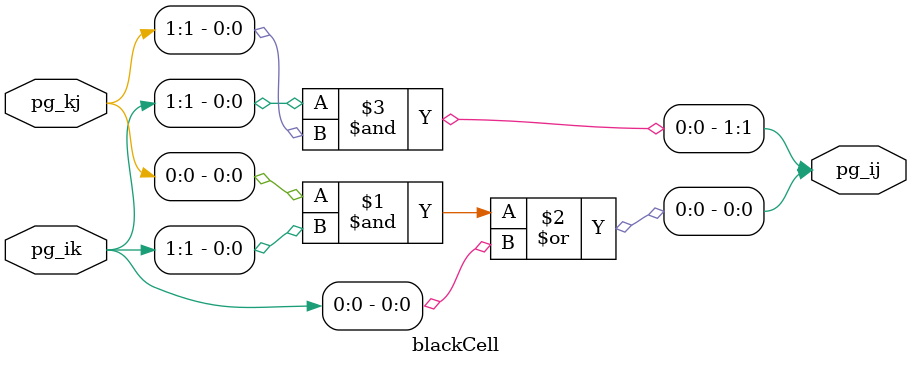
<source format=v>
module blackCell(
    input [1:0] pg_ik, pg_kj,
    output [1:0] pg_ij
);


assign pg_ij[0] = (pg_kj[0] & pg_ik[1]) | pg_ik[0];
assign pg_ij[1] = pg_ik[1] & pg_kj[1];


endmodule



</source>
